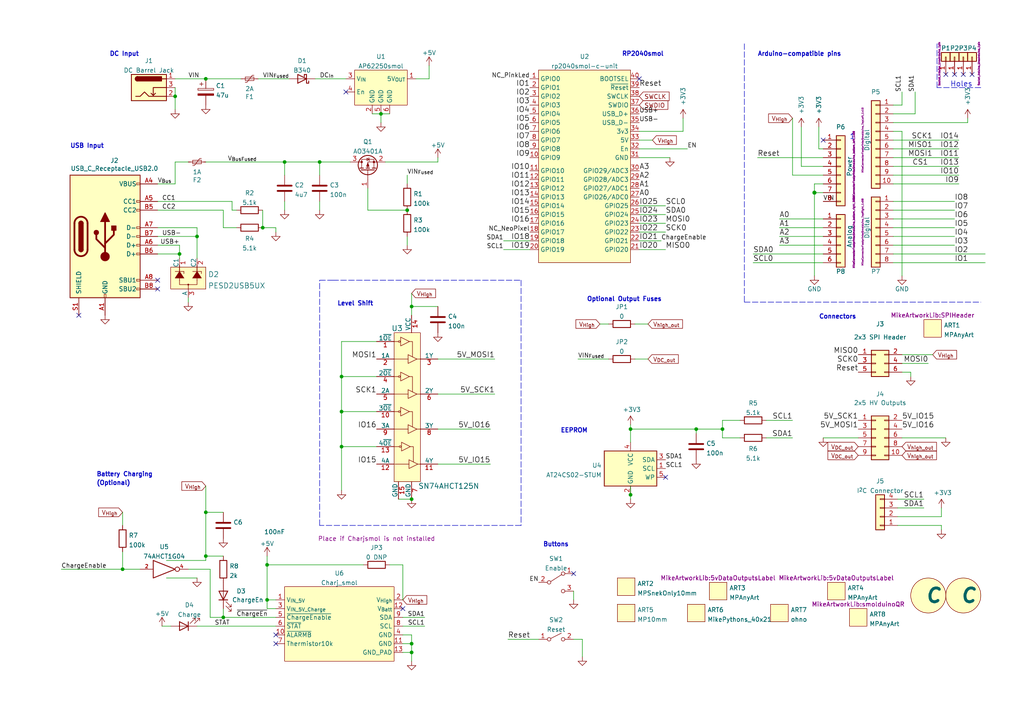
<source format=kicad_sch>
(kicad_sch (version 20211123) (generator eeschema)
  (paper "A4")
  (title_block (date "lun. 30 mars 2015"))
  (junction (at 182.88 124.46))
  (junction (at 77.47 163.83))
  (junction (at 59.69 161.29))
  (junction (at 118.11 60.96))
  (junction (at 99.06 129.54))
  (junction (at 52.07 73.66))
  (junction (at 110.49 33.02))
  (junction (at 77.47 173.99))
  (junction (at 64.77 179.07))
  (junction (at 209.55 124.46))
  (junction (at 59.69 148.59))
  (junction (at 35.56 165.1))
  (junction (at 76.2 66.04))
  (junction (at 99.06 109.22))
  (junction (at 119.38 88.9))
  (junction (at 59.69 22.86))
  (junction (at 182.88 143.51))
  (junction (at 119.38 186.69))
  (junction (at 92.71 46.99))
  (junction (at 236.22 55.88) (diameter 1.016))
  (junction (at 99.06 119.38))
  (junction (at 201.93 124.46))
  (junction (at 82.55 46.99))
  (junction (at 119.38 144.78))
  (junction (at 50.8 27.94))
  (junction (at 119.38 189.23))
  (junction (at 57.15 68.58))
  (no_connect (at 166.37 166.37))
  (no_connect (at 279.4 21.59))
  (no_connect (at 274.32 21.59))
  (no_connect (at 45.72 81.28))
  (no_connect (at 185.42 22.86))
  (no_connect (at 100.33 26.67))
  (no_connect (at 80.01 186.69))
  (no_connect (at 276.86 21.59))
  (no_connect (at 281.94 21.59))
  (no_connect (at 238.76 40.64))
  (no_connect (at 80.01 184.15))
  (no_connect (at 22.86 91.44))
  (no_connect (at 193.04 138.43))
  (no_connect (at 45.72 83.82))
  (no_connect (at 116.84 176.53))
  (wire (pts (xy 77.47 163.83) (xy 77.47 173.99)))
  (wire (pts (xy 259.08 48.26) (xy 278.13 48.26)))
  (wire (pts (xy 57.15 68.58) (xy 57.15 74.93)))
  (wire (pts (xy 106.68 60.96) (xy 106.68 54.61)))
  (wire (pts (xy 185.42 38.1) (xy 198.12 38.1)))
  (wire (pts (xy 198.12 38.1) (xy 198.12 34.29)))
  (wire (pts (xy 82.55 58.42) (xy 82.55 60.96)))
  (wire (pts (xy 260.35 152.4) (xy 273.05 152.4)))
  (wire (pts (xy 261.62 127) (xy 274.32 127)))
  (wire (pts (xy 116.84 189.23) (xy 119.38 189.23)))
  (wire (pts (xy 238.76 48.26) (xy 232.41 48.26)))
  (wire (pts (xy 119.38 85.09) (xy 119.38 88.9)))
  (wire (pts (xy 182.88 123.19) (xy 182.88 124.46)))
  (wire (pts (xy 259.08 66.04) (xy 276.86 66.04)))
  (wire (pts (xy 238.76 71.12) (xy 226.06 71.12)))
  (wire (pts (xy 116.84 179.07) (xy 123.19 179.07)))
  (wire (pts (xy 35.56 160.02) (xy 35.56 165.1)))
  (wire (pts (xy 82.55 46.99) (xy 82.55 50.8)))
  (wire (pts (xy 182.88 140.97) (xy 182.88 143.51)))
  (wire (pts (xy 59.69 140.97) (xy 59.69 148.59)))
  (wire (pts (xy 184.15 93.98) (xy 187.96 93.98)))
  (wire (pts (xy 167.64 104.14) (xy 176.53 104.14)))
  (polyline (pts (xy 92.71 81.28) (xy 96.52 81.28)))
  (wire (pts (xy 52.07 73.66) (xy 52.07 74.93)))
  (wire (pts (xy 259.08 63.5) (xy 276.86 63.5)))
  (wire (pts (xy 182.88 124.46) (xy 182.88 128.27)))
  (wire (pts (xy 119.38 88.9) (xy 127 88.9)))
  (polyline (pts (xy 151.13 152.4) (xy 92.71 152.4)))
  (wire (pts (xy 166.37 171.45) (xy 166.37 173.99)))
  (wire (pts (xy 67.31 58.42) (xy 67.31 60.96)))
  (wire (pts (xy 35.56 148.59) (xy 35.56 152.4)))
  (wire (pts (xy 50.8 25.4) (xy 50.8 27.94)))
  (wire (pts (xy 50.8 27.94) (xy 50.8 31.75)))
  (wire (pts (xy 45.72 53.34) (xy 50.8 53.34)))
  (wire (pts (xy 236.22 53.34) (xy 236.22 55.88)))
  (polyline (pts (xy 96.52 81.28) (xy 151.13 81.28)))
  (wire (pts (xy 259.08 43.18) (xy 278.13 43.18)))
  (wire (pts (xy 48.26 162.56) (xy 59.69 162.56)))
  (wire (pts (xy 116.84 181.61) (xy 123.19 181.61)))
  (wire (pts (xy 260.35 144.78) (xy 267.97 144.78)))
  (wire (pts (xy 261.62 38.1) (xy 261.62 80.01)))
  (wire (pts (xy 238.76 53.34) (xy 236.22 53.34)))
  (wire (pts (xy 118.11 68.58) (xy 118.11 71.12)))
  (wire (pts (xy 118.11 50.8) (xy 118.11 53.34)))
  (wire (pts (xy 280.67 35.56) (xy 280.67 34.29)))
  (wire (pts (xy 50.8 46.99) (xy 54.61 46.99)))
  (wire (pts (xy 91.44 22.86) (xy 100.33 22.86)))
  (wire (pts (xy 147.32 185.42) (xy 156.21 185.42)))
  (wire (pts (xy 259.08 53.34) (xy 278.13 53.34)))
  (wire (pts (xy 237.49 43.18) (xy 238.76 43.18)))
  (wire (pts (xy 238.76 50.8) (xy 229.87 50.8)))
  (wire (pts (xy 116.84 163.83) (xy 116.84 173.99)))
  (wire (pts (xy 113.03 163.83) (xy 116.84 163.83)))
  (wire (pts (xy 185.42 67.31) (xy 193.04 67.31)))
  (wire (pts (xy 146.05 72.39) (xy 153.67 72.39)))
  (wire (pts (xy 59.69 161.29) (xy 59.69 148.59)))
  (wire (pts (xy 209.55 121.92) (xy 209.55 124.46)))
  (wire (pts (xy 92.71 60.96) (xy 92.71 58.42)))
  (wire (pts (xy 60.96 165.1) (xy 60.96 179.07)))
  (wire (pts (xy 119.38 88.9) (xy 119.38 91.44)))
  (wire (pts (xy 182.88 143.51) (xy 182.88 144.78)))
  (wire (pts (xy 119.38 184.15) (xy 119.38 186.69)))
  (wire (pts (xy 119.38 186.69) (xy 119.38 189.23)))
  (wire (pts (xy 264.16 107.95) (xy 264.16 109.22)))
  (wire (pts (xy 261.62 107.95) (xy 264.16 107.95)))
  (wire (pts (xy 259.08 58.42) (xy 276.86 58.42)))
  (wire (pts (xy 238.76 66.04) (xy 226.06 66.04)))
  (wire (pts (xy 67.31 60.96) (xy 68.58 60.96)))
  (wire (pts (xy 59.69 162.56) (xy 59.69 161.29)))
  (wire (pts (xy 259.08 40.64) (xy 278.13 40.64)))
  (wire (pts (xy 209.55 127) (xy 214.63 127)))
  (wire (pts (xy 45.72 66.04) (xy 57.15 66.04)))
  (wire (pts (xy 222.25 127) (xy 229.87 127)))
  (wire (pts (xy 259.08 71.12) (xy 276.86 71.12)))
  (wire (pts (xy 184.15 104.14) (xy 187.96 104.14)))
  (wire (pts (xy 52.07 71.12) (xy 52.07 73.66)))
  (wire (pts (xy 260.35 149.86) (xy 273.05 149.86)))
  (wire (pts (xy 109.22 129.54) (xy 99.06 129.54)))
  (wire (pts (xy 99.06 129.54) (xy 99.06 142.24)))
  (wire (pts (xy 54.61 165.1) (xy 60.96 165.1)))
  (wire (pts (xy 57.15 181.61) (xy 80.01 181.61)))
  (wire (pts (xy 59.69 22.86) (xy 69.85 22.86)))
  (wire (pts (xy 115.57 144.78) (xy 119.38 144.78)))
  (wire (pts (xy 261.62 30.48) (xy 259.08 30.48)))
  (wire (pts (xy 261.62 26.67) (xy 261.62 30.48)))
  (wire (pts (xy 17.78 165.1) (xy 35.56 165.1)))
  (wire (pts (xy 64.77 179.07) (xy 80.01 179.07)))
  (wire (pts (xy 201.93 124.46) (xy 201.93 125.73)))
  (wire (pts (xy 185.42 45.72) (xy 194.31 45.72)))
  (wire (pts (xy 146.05 69.85) (xy 153.67 69.85)))
  (wire (pts (xy 59.69 148.59) (xy 64.77 148.59)))
  (wire (pts (xy 261.62 105.41) (xy 269.24 105.41)))
  (wire (pts (xy 57.15 66.04) (xy 57.15 68.58)))
  (wire (pts (xy 77.47 161.29) (xy 77.47 163.83)))
  (wire (pts (xy 259.08 60.96) (xy 276.86 60.96)))
  (wire (pts (xy 238.76 63.5) (xy 226.06 63.5)))
  (wire (pts (xy 64.77 176.53) (xy 64.77 179.07)))
  (wire (pts (xy 45.72 60.96) (xy 64.77 60.96)))
  (wire (pts (xy 127 46.99) (xy 127 45.72)))
  (wire (pts (xy 111.76 46.99) (xy 127 46.99)))
  (wire (pts (xy 238.76 127) (xy 248.92 127)))
  (wire (pts (xy 218.44 73.66) (xy 238.76 73.66)))
  (polyline (pts (xy 284.48 25.4) (xy 271.78 25.4)) (stroke (width 0) (type dash)))
  (wire (pts (xy 273.05 152.4) (xy 273.05 153.67)))
  (wire (pts (xy 261.62 102.87) (xy 270.51 102.87)))
  (wire (pts (xy 238.76 45.72) (xy 219.71 45.72)))
  (wire (pts (xy 259.08 38.1) (xy 261.62 38.1)))
  (wire (pts (xy 218.44 76.2) (xy 238.76 76.2)))
  (wire (pts (xy 238.76 55.88) (xy 236.22 55.88)))
  (wire (pts (xy 92.71 46.99) (xy 92.71 50.8)))
  (wire (pts (xy 106.68 60.96) (xy 118.11 60.96)))
  (wire (pts (xy 99.06 119.38) (xy 99.06 129.54)))
  (wire (pts (xy 109.22 119.38) (xy 99.06 119.38)))
  (wire (pts (xy 76.2 60.96) (xy 76.2 66.04)))
  (wire (pts (xy 185.42 59.69) (xy 193.04 59.69)))
  (wire (pts (xy 201.93 124.46) (xy 209.55 124.46)))
  (wire (pts (xy 116.84 184.15) (xy 119.38 184.15)))
  (wire (pts (xy 236.22 55.88) (xy 236.22 80.01)))
  (wire (pts (xy 64.77 66.04) (xy 68.58 66.04)))
  (wire (pts (xy 259.08 33.02) (xy 265.43 33.02)))
  (wire (pts (xy 265.43 33.02) (xy 265.43 26.67)))
  (wire (pts (xy 127 134.62) (xy 142.24 134.62)))
  (wire (pts (xy 185.42 72.39) (xy 193.04 72.39)))
  (wire (pts (xy 273.05 149.86) (xy 273.05 147.32)))
  (polyline (pts (xy 215.9 87.63) (xy 284.48 87.63)) (stroke (width 0) (type dash)))
  (wire (pts (xy 92.71 46.99) (xy 101.6 46.99)))
  (wire (pts (xy 259.08 68.58) (xy 276.86 68.58)))
  (wire (pts (xy 185.42 62.23) (xy 193.04 62.23)))
  (wire (pts (xy 77.47 163.83) (xy 105.41 163.83)))
  (wire (pts (xy 222.25 121.92) (xy 229.87 121.92)))
  (polyline (pts (xy 92.71 152.4) (xy 92.71 81.28)))
  (wire (pts (xy 259.08 73.66) (xy 285.75 73.66)))
  (wire (pts (xy 127 114.3) (xy 143.51 114.3)))
  (polyline (pts (xy 271.78 25.4) (xy 271.78 12.7)) (stroke (width 0) (type dash)))
  (wire (pts (xy 127 104.14) (xy 143.51 104.14)))
  (wire (pts (xy 182.88 124.46) (xy 201.93 124.46)))
  (wire (pts (xy 50.8 53.34) (xy 50.8 46.99)))
  (wire (pts (xy 76.2 66.04) (xy 80.01 66.04)))
  (wire (pts (xy 46.99 181.61) (xy 49.53 181.61)))
  (wire (pts (xy 229.87 50.8) (xy 229.87 34.29)))
  (wire (pts (xy 124.46 22.86) (xy 124.46 19.05)))
  (wire (pts (xy 120.65 22.86) (xy 124.46 22.86)))
  (wire (pts (xy 59.69 46.99) (xy 82.55 46.99)))
  (wire (pts (xy 82.55 46.99) (xy 92.71 46.99)))
  (wire (pts (xy 110.49 33.02) (xy 110.49 35.56)))
  (wire (pts (xy 209.55 121.92) (xy 214.63 121.92)))
  (wire (pts (xy 199.39 43.18) (xy 185.42 43.18)))
  (wire (pts (xy 259.08 50.8) (xy 278.13 50.8)))
  (wire (pts (xy 119.38 189.23) (xy 119.38 191.77)))
  (wire (pts (xy 99.06 109.22) (xy 99.06 119.38)))
  (wire (pts (xy 109.22 109.22) (xy 99.06 109.22)))
  (wire (pts (xy 259.08 35.56) (xy 280.67 35.56)))
  (wire (pts (xy 54.61 86.36) (xy 54.61 87.63)))
  (polyline (pts (xy 215.9 12.7) (xy 215.9 87.63)) (stroke (width 0) (type dash)))
  (wire (pts (xy 259.08 45.72) (xy 278.13 45.72)))
  (wire (pts (xy 45.72 58.42) (xy 67.31 58.42)))
  (wire (pts (xy 45.72 68.58) (xy 57.15 68.58)))
  (wire (pts (xy 45.72 73.66) (xy 52.07 73.66)))
  (wire (pts (xy 77.47 173.99) (xy 80.01 173.99)))
  (wire (pts (xy 60.96 179.07) (xy 64.77 179.07)))
  (polyline (pts (xy 151.13 81.28) (xy 151.13 152.4)))
  (wire (pts (xy 127 124.46) (xy 142.24 124.46)))
  (wire (pts (xy 80.01 176.53) (xy 77.47 176.53)))
  (wire (pts (xy 77.47 176.53) (xy 77.47 173.99)))
  (wire (pts (xy 232.41 48.26) (xy 232.41 36.83)))
  (wire (pts (xy 237.49 36.83) (xy 237.49 43.18)))
  (wire (pts (xy 209.55 124.46) (xy 209.55 127)))
  (wire (pts (xy 64.77 60.96) (xy 64.77 66.04)))
  (wire (pts (xy 260.35 147.32) (xy 267.97 147.32)))
  (wire (pts (xy 168.91 185.42) (xy 168.91 190.5)))
  (wire (pts (xy 166.37 185.42) (xy 168.91 185.42)))
  (wire (pts (xy 45.72 71.12) (xy 52.07 71.12)))
  (wire (pts (xy 259.08 76.2) (xy 285.75 76.2)))
  (wire (pts (xy 173.99 93.98) (xy 176.53 93.98)))
  (wire (pts (xy 185.42 69.85) (xy 191.77 69.85)))
  (wire (pts (xy 80.01 66.04) (xy 80.01 67.31)))
  (wire (pts (xy 48.26 167.64) (xy 57.15 167.64)))
  (wire (pts (xy 74.93 22.86) (xy 83.82 22.86)))
  (wire (pts (xy 50.8 22.86) (xy 59.69 22.86)))
  (wire (pts (xy 110.49 33.02) (xy 113.03 33.02)))
  (wire (pts (xy 107.95 33.02) (xy 110.49 33.02)))
  (wire (pts (xy 238.76 68.58) (xy 226.06 68.58)))
  (wire (pts (xy 99.06 99.06) (xy 99.06 109.22)))
  (wire (pts (xy 109.22 99.06) (xy 99.06 99.06)))
  (wire (pts (xy 116.84 186.69) (xy 119.38 186.69)))
  (wire (pts (xy 35.56 165.1) (xy 40.64 165.1)))
  (wire (pts (xy 59.69 161.29) (xy 64.77 161.29)))
  (wire (pts (xy 185.42 40.64) (xy 189.23 40.64)))
  (wire (pts (xy 185.42 64.77) (xy 193.04 64.77)))
  (text "Connectors" (at 237.49 92.71 0) (effects (font (size 1.27 1.27) bold) (justify left bottom)))
  (text "(Optional)" (at 27.94 140.97 0) (effects (font (size 1.27 1.27) bold) (justify left bottom)))
  (text "Buttons" (at 157.48 158.75 0) (effects (font (size 1.27 1.27) bold) (justify left bottom)))
  (text "Holes" (at 275.59 25.4 0) (effects (font (size 1.524 1.524)) (justify left bottom)))
  (text "EEPROM" (at 162.56 125.73 0) (effects (font (size 1.27 1.27) bold) (justify left bottom)))
  (text "RP2040smol" (at 180.34 16.51 0) (effects (font (size 1.27 1.27) bold) (justify left bottom)))
  (text "DC Input" (at 31.75 16.51 0) (effects (font (size 1.27 1.27) bold) (justify left bottom)))
  (text "Level Shift" (at 97.79 88.9 0) (effects (font (size 1.27 1.27) bold) (justify left bottom)))
  (text "Battery Charging" (at 27.94 138.43 0) (effects (font (size 1.27 1.27) bold) (justify left bottom)))
  (text "Optional Output Fuses" (at 170.18 87.63 0) (effects (font (size 1.27 1.27) bold) (justify left bottom)))
  (text "Arduino-compatible pins" (at 219.71 16.51 0) (effects (font (size 1.27 1.27) bold) (justify left bottom)))
  (text "USB Input" (at 20.32 43.18 0) (effects (font (size 1.27 1.27) bold) (justify left bottom)))
  (text "1" (at 246.38 40.64 0) (effects (font (size 1.524 1.524)) (justify left bottom)))
  (label "IO11" (at 153.67 52.07 180) (effects (font (size 1.524 1.524))))
  (label "NC_PinkLed" (at 153.67 22.86 180))
  (label "MISO0" (at 248.92 102.87 180) (effects (font (size 1.524 1.524))))
  (label "5V_IO16" (at 142.24 124.46 180) (effects (font (size 1.524 1.524))))
  (label "IO7" (at 153.67 40.64 180) (effects (font (size 1.524 1.524))))
  (label "IO15" (at 109.22 134.62 180) (effects (font (size 1.524 1.524))))
  (label "IO12" (at 153.67 54.61 180) (effects (font (size 1.524 1.524))))
  (label "IO5" (at 153.67 35.56 180) (effects (font (size 1.524 1.524))))
  (label "5V_MOSI1" (at 248.92 124.46 180) (effects (font (size 1.524 1.524))))
  (label "SCL1" (at 267.97 144.78 180) (effects (font (size 1.524 1.524))))
  (label "IO13" (at 153.67 57.15 180) (effects (font (size 1.524 1.524))))
  (label "SCL1" (at 123.19 181.61 180))
  (label "CS1" (at 269.24 48.26 180) (effects (font (size 1.524 1.524))))
  (label "IO23" (at 185.42 64.77 0) (effects (font (size 1.524 1.524))))
  (label "SCL1" (at 261.62 26.67 90))
  (label "VIN" (at 238.76 58.42 0))
  (label "VIN" (at 54.61 22.86 0))
  (label "VIN_{Fused}" (at 118.11 50.8 0))
  (label "SDA0" (at 218.44 73.66 0) (effects (font (size 1.524 1.524))))
  (label "IO7" (at 276.86 60.96 0) (effects (font (size 1.524 1.524))))
  (label "IO8" (at 153.67 43.18 180) (effects (font (size 1.524 1.524))))
  (label "IO6" (at 153.67 38.1 180) (effects (font (size 1.524 1.524))))
  (label "SCL0" (at 193.04 59.69 0) (effects (font (size 1.524 1.524))))
  (label "MOSI0" (at 269.24 105.41 180) (effects (font (size 1.524 1.524))))
  (label "IO10" (at 153.67 49.53 180) (effects (font (size 1.524 1.524))))
  (label "IO20" (at 185.42 72.39 0) (effects (font (size 1.524 1.524))))
  (label "IO4" (at 276.86 68.58 0) (effects (font (size 1.524 1.524))))
  (label "A2" (at 185.42 52.07 0) (effects (font (size 1.524 1.524))))
  (label "CC2" (at 46.99 60.96 0))
  (label "IO21" (at 185.42 69.85 0) (effects (font (size 1.524 1.524))))
  (label "5V_SCK1" (at 143.51 114.3 180) (effects (font (size 1.524 1.524))))
  (label "IO16" (at 153.67 64.77 180) (effects (font (size 1.524 1.524))))
  (label "IO1" (at 153.67 25.4 180) (effects (font (size 1.524 1.524))))
  (label "IO9" (at 153.67 45.72 180) (effects (font (size 1.524 1.524))))
  (label "A2" (at 226.06 68.58 0) (effects (font (size 1.524 1.524))))
  (label "V_{Bus}" (at 45.72 53.34 0))
  (label "SDA1" (at 146.05 69.85 180))
  (label "IO8" (at 276.86 58.42 0) (effects (font (size 1.524 1.524))))
  (label "SCK0" (at 248.92 105.41 180) (effects (font (size 1.524 1.524))))
  (label "NC_NeoPixel" (at 153.67 67.31 180))
  (label "IO10" (at 278.13 50.8 180) (effects (font (size 1.524 1.524))))
  (label "A0" (at 226.06 63.5 0) (effects (font (size 1.524 1.524))))
  (label "SDA1" (at 193.04 133.35 0))
  (label "MISO0" (at 193.04 72.39 0) (effects (font (size 1.524 1.524))))
  (label "A1" (at 226.06 66.04 0) (effects (font (size 1.524 1.524))))
  (label "A3" (at 185.42 49.53 0) (effects (font (size 1.524 1.524))))
  (label "5V_MOSI1" (at 143.51 104.14 180) (effects (font (size 1.524 1.524))))
  (label "IO18" (at 153.67 69.85 180) (effects (font (size 1.524 1.524))))
  (label "IO1" (at 276.86 76.2 0) (effects (font (size 1.524 1.524))))
  (label "SCK1" (at 109.22 114.3 180) (effects (font (size 1.524 1.524))))
  (label "Reset" (at 147.32 185.42 0) (effects (font (size 1.524 1.524))))
  (label "5V_IO15" (at 142.24 134.62 180) (effects (font (size 1.524 1.524))))
  (label "IO9" (at 278.13 53.34 180) (effects (font (size 1.524 1.524))))
  (label "SCK0" (at 193.04 67.31 0) (effects (font (size 1.524 1.524))))
  (label "VIN_{Fused}" (at 167.64 104.14 0))
  (label "SDA0" (at 193.04 62.23 0) (effects (font (size 1.524 1.524))))
  (label "IO11" (at 278.13 45.72 180) (effects (font (size 1.524 1.524))))
  (label "IO19" (at 153.67 72.39 180) (effects (font (size 1.524 1.524))))
  (label "Reset" (at 185.42 25.4 0) (effects (font (size 1.524 1.524))))
  (label "SCL1" (at 146.05 72.39 180))
  (label "IO16" (at 109.22 124.46 180) (effects (font (size 1.524 1.524))))
  (label "5V_SCK1" (at 248.92 121.92 180) (effects (font (size 1.524 1.524))))
  (label "IO4" (at 153.67 33.02 180) (effects (font (size 1.524 1.524))))
  (label "5V_IO16" (at 261.62 124.46 0) (effects (font (size 1.524 1.524))))
  (label "CC1" (at 46.99 58.42 0))
  (label "VIN_{Fused}" (at 76.2 22.86 0))
  (label "IO2" (at 153.67 27.94 180) (effects (font (size 1.524 1.524))))
  (label "A0" (at 185.42 57.15 0) (effects (font (size 1.524 1.524))))
  (label "ChargeEnable" (at 191.77 69.85 0))
  (label "IO25" (at 185.42 59.69 0) (effects (font (size 1.524 1.524))))
  (label "USB+" (at 185.42 33.02 0))
  (label "SCL1" (at 193.04 135.89 0))
  (label "V_{Bus}_{Fused}" (at 66.04 46.99 0))
  (label "IO2" (at 276.86 73.66 0) (effects (font (size 1.524 1.524))))
  (label "~{ChargeEn}" (at 68.58 179.07 0))
  (label "ChargeEnable" (at 17.78 165.1 0))
  (label "IO3" (at 276.86 71.12 0) (effects (font (size 1.524 1.524))))
  (label "SDA1" (at 229.87 127 180) (effects (font (size 1.524 1.524))))
  (label "SDA1" (at 123.19 179.07 180))
  (label "A3" (at 226.06 71.12 0) (effects (font (size 1.524 1.524))))
  (label "Reset" (at 219.71 45.72 0) (effects (font (size 1.524 1.524))))
  (label "USB-" (at 185.42 35.56 0))
  (label "IO5" (at 276.86 66.04 0) (effects (font (size 1.524 1.524))))
  (label "IO13" (at 278.13 48.26 180) (effects (font (size 1.524 1.524))))
  (label "MOSI0" (at 193.04 64.77 0) (effects (font (size 1.524 1.524))))
  (label "IO14" (at 153.67 59.69 180) (effects (font (size 1.524 1.524))))
  (label "IO15" (at 153.67 62.23 180) (effects (font (size 1.524 1.524))))
  (label "MOSI1" (at 109.22 104.14 180) (effects (font (size 1.524 1.524))))
  (label "USB+" (at 52.07 71.12 180))
  (label "MISO1" (at 270.51 43.18 180) (effects (font (size 1.524 1.524))))
  (label "5V_IO15" (at 261.62 121.92 0) (effects (font (size 1.524 1.524))))
  (label "IO3" (at 153.67 30.48 180) (effects (font (size 1.524 1.524))))
  (label "USB-" (at 46.99 68.58 0))
  (label "DC_{In}" (at 92.71 22.86 0))
  (label "A1" (at 185.42 54.61 0) (effects (font (size 1.524 1.524))))
  (label "IO14" (at 278.13 40.64 180) (effects (font (size 1.524 1.524))))
  (label "SDA1" (at 267.97 147.32 180) (effects (font (size 1.524 1.524))))
  (label "SCL0" (at 218.44 76.2 0) (effects (font (size 1.524 1.524))))
  (label "EN" (at 156.21 168.91 180))
  (label "SCL1" (at 229.87 121.92 180) (effects (font (size 1.524 1.524))))
  (label "SDA1" (at 265.43 26.67 90))
  (label "Reset" (at 248.92 107.95 180) (effects (font (size 1.524 1.524))))
  (label "IO6" (at 276.86 63.5 0) (effects (font (size 1.524 1.524))))
  (label "IO22" (at 185.42 67.31 0) (effects (font (size 1.524 1.524))))
  (label "EN" (at 199.39 43.18 0))
  (label "MOSI1" (at 270.51 45.72 180) (effects (font (size 1.524 1.524))))
  (label "STAT" (at 62.23 181.61 0))
  (label "SCK1" (at 270.51 40.64 180) (effects (font (size 1.524 1.524))))
  (label "IO24" (at 185.42 62.23 0) (effects (font (size 1.524 1.524))))
  (label "IO12" (at 278.13 43.18 180) (effects (font (size 1.524 1.524))))
  (global_label "V_{High}" (shape input) (at 173.99 93.98 180) (property "Intersheet References" "${INTERSHEET_REFS}" (effects hide)))
  (global_label "V_{High}" (shape input) (at 270.51 102.87 0) (property "Intersheet References" "${INTERSHEET_REFS}" (effects hide)))
  (global_label "SWCLK" (shape input) (at 185.42 27.94 0) (property "Intersheet References" "${INTERSHEET_REFS}" (effects hide)))
  (global_label "V_{High}" (shape input) (at 119.38 85.09 0) (property "Intersheet References" "${INTERSHEET_REFS}" (effects hide)))
  (global_label "SWDIO" (shape input) (at 185.42 30.48 0) (property "Intersheet References" "${INTERSHEET_REFS}" (effects hide)))
  (global_label "V_{High}" (shape input) (at 59.69 140.97 180) (property "Intersheet References" "${INTERSHEET_REFS}" (effects hide)))
  (global_label "V_{High}" (shape input) (at 116.84 173.99 0) (property "Intersheet References" "${INTERSHEET_REFS}" (effects hide)))
  (global_label "V_{DC_out}" (shape input) (at 248.92 129.54 180) (property "Intersheet References" "${INTERSHEET_REFS}" (effects hide)))
  (global_label "V_{high_out}" (shape input) (at 261.62 132.08 0) (property "Intersheet References" "${INTERSHEET_REFS}" (effects hide)))
  (global_label "V_{DC_out}" (shape input) (at 248.92 132.08 180) (property "Intersheet References" "${INTERSHEET_REFS}" (effects hide)))
  (global_label "V_{High}" (shape input) (at 189.23 40.64 0) (property "Intersheet References" "${INTERSHEET_REFS}" (effects hide)))
  (global_label "V_{DC_out}" (shape input) (at 187.96 104.14 0) (property "Intersheet References" "${INTERSHEET_REFS}" (effects hide)))
  (global_label "V_{High}" (shape input) (at 229.87 34.29 180) (property "Intersheet References" "${INTERSHEET_REFS}" (effects hide)))
  (global_label "V_{high_out}" (shape input) (at 261.62 129.54 0) (property "Intersheet References" "${INTERSHEET_REFS}" (effects hide)))
  (global_label "V_{High}" (shape input) (at 35.56 148.59 180) (property "Intersheet References" "${INTERSHEET_REFS}" (effects hide)))
  (global_label "V_{high_out}" (shape input) (at 187.96 93.98 0) (property "Intersheet References" "${INTERSHEET_REFS}" (effects hide)))
  (symbol (lib_id "Connector_Generic:Conn_01x08") (at 243.84 48.26 0) (unit 1) (in_bom no)
    (property "Reference" "P6" (at 243.84 36.83 0))
    (property "Value" "Power" (at 246.38 48.26 90))
    (property "Footprint" "MikeConnectorFootprints:Smolduino_bottom_left_1x08" (at 247.65 48.26 90) (effects (font (size 0.508 0.508))))
  )
  (symbol (lib_id "power:+3.3V") (at 232.41 36.83 0) (unit 1)
    (property "Reference" "#PWR07" (effects hide))
    (property "Value" "+3.3V" (at 232.41 30.48 90))
  )
  (symbol (lib_id "power:GND") (at 236.22 80.01 0) (unit 1)
    (property "Reference" "#PWR015" (effects hide))
    (property "Value" "GND" (at 236.22 83.82 0))
  )
  (symbol (lib_id "power:GND") (at 261.62 80.01 0) (unit 1)
    (property "Reference" "#PWR016" (effects hide))
    (property "Value" "GND" (at 261.62 83.82 0))
  )
  (symbol (lib_id "Connector_Generic:Conn_01x06") (at 243.84 68.58 0) (unit 1) (in_bom no)
    (property "Reference" "P8" (at 243.84 78.74 0))
    (property "Value" "Analog" (at 246.38 68.58 90))
    (property "Footprint" "MikeConnectorFootprints:Smolduino_bottom_right_1x06" (at 247.65 67.31 90) (effects (font (size 0.508 0.508))))
  )
  (symbol (lib_id "Connector_Generic:Conn_01x01") (at 274.32 16.51 90) (unit 1) (in_bom no)
    (property "Reference" "P1" (at 274.32 13.97 90))
    (property "Value" "CONN_01X01" (effects hide))
    (property "Footprint" "Socket_Arduino_Uno:Arduino_1pin" (at 272.4404 18.5166 0) (effects (font (size 0.508 0.508))))
  )
  (symbol (lib_id "Connector_Generic:Conn_01x01") (at 276.86 16.51 90) (unit 1) (in_bom no)
    (property "Reference" "P2" (at 276.86 13.97 90))
    (property "Value" "CONN_01X01" (effects hide))
    (property "Footprint" "Socket_Arduino_Uno:Arduino_1pin" (effects hide))
  )
  (symbol (lib_id "Connector_Generic:Conn_01x01") (at 279.4 16.51 90) (unit 1) (in_bom no)
    (property "Reference" "P3" (at 279.4 13.97 90))
    (property "Value" "CONN_01X01" (effects hide))
    (property "Footprint" "Socket_Arduino_Uno:Arduino_1pin" (effects hide))
  )
  (symbol (lib_id "Connector_Generic:Conn_01x01") (at 281.94 16.51 90) (unit 1) (in_bom no)
    (property "Reference" "P4" (at 281.94 13.97 90))
    (property "Value" "CONN_01X01" (effects hide))
    (property "Footprint" "Socket_Arduino_Uno:Arduino_1pin" (at 283.9212 18.4404 0) (effects (font (size 0.508 0.508))))
  )
  (symbol (lib_id "Connector_Generic:Conn_01x08") (at 254 66.04 0) (mirror y) (unit 1) (in_bom no)
    (property "Reference" "P7" (at 254 78.74 0))
    (property "Value" "Digital" (at 251.46 66.04 90))
    (property "Footprint" "MikeConnectorFootprints:Smolduino_TopRight_1x08" (at 250.19 67.31 90) (effects (font (size 0.508 0.508))))
  )
  (symbol (lib_id "Connector_Generic:Conn_01x10") (at 254 40.64 0) (mirror y) (unit 1) (in_bom no)
    (property "Reference" "P5" (at 254 26.67 0))
    (property "Value" "Digital" (at 251.46 40.64 90))
    (property "Footprint" "MikeConnectorFootprints:Smolduino_TopLeft_1x10" (at 250.19 40.64 90) (effects (font (size 0.508 0.508))))
  )
  (symbol (lib_id "MikeArtworkLib:MPAnyArt") (at 270.51 95.25 0) (unit 1) (in_bom no)
    (property "Reference" "ART1" (at 273.7612 94.3415 0) (effects (justify left)))
    (property "Value" "MPAnyArt" (at 273.7612 97.1166 0) (effects (justify left)))
    (property "Footprint" "MikeArtworkLib:SPIHeader" (at 270.51 91.44 0))
  )
  (symbol (lib_id "power:GND") (at 273.05 153.67 0) (unit 1)
    (property "Reference" "#PWR029" (effects hide))
    (property "Value" "GND" (effects hide))
  )
  (symbol (lib_id "Device:R") (at 118.11 64.77 0) (unit 1)
    (property "Reference" "R3" (at 119.888 63.8615 0) (effects (justify left)))
    (property "Value" "100k" (at 119.888 66.6366 0) (effects (justify left)))
    (property "Footprint" "Resistor_SMD:R_0603_1608Metric" (effects hide))
  )
  (symbol (lib_id "power:+5V") (at 77.47 161.29 0) (unit 1)
    (property "Reference" "#PWR031" (effects hide))
    (property "Value" "+5V" (at 77.47 157.6855 0))
  )
  (symbol (lib_id "MikeLib:AP62250smol_A") (at 110.49 17.78 0) (unit 1)
    (property "Reference" "U1" (at 110.49 16.4042 0))
    (property "Value" "AP62250smol" (at 110.49 19.1793 0))
    (property "Footprint" "MikePCBAs:AP62250smol_C" (effects hide))
  )
  (symbol (lib_id "Device:R") (at 180.34 93.98 90) (unit 1)
    (property "Reference" "JP1" (at 180.34 88.9975 90))
    (property "Value" "0" (at 180.34 91.7726 90))
    (property "Footprint" "MikeFootprintLib:R_0OHM_1206_3216Metric" (effects hide))
  )
  (symbol (lib_id "power:+3.3V") (at 237.49 36.83 0) (unit 1)
    (property "Reference" "#PWR08" (effects hide))
    (property "Value" "+3.3V" (at 237.49 30.48 90))
  )
  (symbol (lib_id "MikeArtworkLib:MPAnyArt") (at 208.28 171.45 0) (unit 1) (in_bom no)
    (property "Reference" "ART3" (at 211.5312 170.5415 0) (effects (justify left)))
    (property "Value" "MPAnyArt" (at 211.5312 173.3166 0) (effects (justify left)))
    (property "Footprint" "MikeArtworkLib:5vDataOutputsLabel" (at 208.28 167.64 0))
  )
  (symbol (lib_id "MikeLib:SN74AHCT125N") (at 119.38 109.22 0) (unit 1)
    (property "Reference" "U3" (at 116.84 95.25 0) (effects (font (size 1.524 1.524)) (justify right)))
    (property "Value" "SN74AHCT125N" (at 121.285 140.97 0) (effects (font (size 1.524 1.524)) (justify left)))
    (property "Footprint" "MikeFootprintLib:74x125_Texas_S-PVQFN-N14" (effects hide))
    (property "Datasheet" "http://www.ti.com/general/docs/suppproductinfo.tsp?distId=10&gotoUrl=http%3A%2F%2Fwww.ti.com%2Flit%2Fgpn%2Fsn74ahct125" (effects hide))
    (property "Digi-Key_PN" "296-4655-5-ND" (effects hide))
    (property "MPN" "SN74AHCT125N" (effects hide))
    (property "Category" "Integrated Circuits (ICs)" (effects hide))
    (property "Family" "Logic - Buffers, Drivers, Receivers, Transceivers" (effects hide))
    (property "DK_Datasheet_Link" "http://www.ti.com/general/docs/suppproductinfo.tsp?distId=10&gotoUrl=http%3A%2F%2Fwww.ti.com%2Flit%2Fgpn%2Fsn74ahct125" (effects hide))
    (property "DK_Detail_Page" "/product-detail/en/texas-instruments/SN74AHCT125N/296-4655-5-ND/375798" (effects hide))
    (property "Description" "IC BUF NON-INVERT 5.5V 14DIP" (effects hide))
    (property "Manufacturer" "Texas Instruments" (effects hide))
    (property "Status" "Active" (effects hide))
  )
  (symbol (lib_id "Device:R") (at 218.44 121.92 270) (unit 1)
    (property "Reference" "R5" (at 218.44 116.9374 90))
    (property "Value" "5.1k" (at 218.44 119.7125 90))
    (property "Footprint" "Resistor_SMD:R_0603_1608Metric" (effects hide))
  )
  (symbol (lib_id "power:GND") (at 119.38 191.77 0) (unit 1)
    (property "Reference" "#PWR036" (effects hide))
    (property "Value" "GND" (effects hide))
  )
  (symbol (lib_id "power:+5V") (at 46.99 181.61 0) (unit 1)
    (property "Reference" "#PWR034" (effects hide))
    (property "Value" "+5V" (at 46.99 178.0055 0))
  )
  (symbol (lib_id "Device:LED") (at 64.77 172.72 90) (unit 1)
    (property "Reference" "D3" (at 68.58 171.45 90) (effects (justify right)))
    (property "Value" "ChargeEn" (at 67.31 173.99 90) (effects (justify right)))
    (property "Footprint" "LED_SMD:LED_0603_1608Metric" (effects hide))
  )
  (symbol (lib_id "power:+3V3") (at 273.05 147.32 0) (unit 1)
    (property "Reference" "#PWR028" (effects hide))
    (property "Value" "+3V3" (at 273.431 142.9258 0))
  )
  (symbol (lib_id "power:GND") (at 80.01 67.31 0) (unit 1)
    (property "Reference" "#PWR013" (effects hide))
    (property "Value" "GND" (effects hide))
  )
  (symbol (lib_id "Device:R") (at 64.77 165.1 0) (unit 1)
    (property "Reference" "R8" (at 66.548 164.1915 0) (effects (justify left)))
    (property "Value" "2k" (at 66.548 166.9666 0) (effects (justify left)))
    (property "Footprint" "Resistor_SMD:R_0603_1608Metric" (effects hide))
  )
  (symbol (lib_id "MikeArtworkLib:MP10mm") (at 181.61 177.8 0) (unit 1) (in_bom no)
    (property "Reference" "ART5" (at 184.8612 176.8915 0) (effects (justify left)))
    (property "Value" "MP10mm" (at 184.8612 179.6666 0) (effects (justify left)))
    (property "Footprint" "MikeArtworkLib:MPSquare_10mm" (effects hide))
  )
  (symbol (lib_id "74xGxx:74AHCT1G04") (at 48.26 165.1 0) (unit 1)
    (property "Reference" "U5" (at 47.625 158.5935 0))
    (property "Value" "74AHCT1G04" (at 47.625 161.3686 0))
    (property "Footprint" "Package_TO_SOT_SMD:SOT-353_SC-70-5" (effects hide))
    (property "Datasheet" "http://www.ti.com/lit/sg/scyt129e/scyt129e.pdf" (effects hide))
  )
  (symbol (lib_id "Connector:Barrel_Jack_Switch") (at 43.18 25.4 0) (unit 1)
    (property "Reference" "J1" (at 43.18 17.6235 0))
    (property "Value" "DC Barrel Jack" (at 43.18 20.3986 0))
    (property "Footprint" "Connector_BarrelJack:BarrelJack_GCT_DCJ200-10-A_Horizontal" (effects hide))
  )
  (symbol (lib_id "Switch:SW_SPST") (at 161.29 185.42 0) (unit 1)
    (property "Reference" "SW2" (at 161.29 179.8025 0))
    (property "Value" "Reset" (at 161.29 182.5776 0))
    (property "Footprint" "MikeFootprintLib:E-Switch-TL3330AF260QG-MFG" (effects hide))
  )
  (symbol (lib_id "Device:C") (at 127 92.71 0) (unit 1)
    (property "Reference" "C4" (at 129.921 91.8015 0) (effects (justify left)))
    (property "Value" "100n" (at 129.921 94.5766 0) (effects (justify left)))
    (property "Footprint" "Capacitor_SMD:C_0603_1608Metric" (effects hide))
  )
  (symbol (lib_id "power:GND") (at 99.06 142.24 0) (unit 1)
    (property "Reference" "#PWR025" (effects hide))
    (property "Value" "GND" (effects hide))
  )
  (symbol (lib_id "power:GND") (at 238.76 127 0) (unit 1)
    (property "Reference" "#PWR022" (effects hide))
    (property "Value" "GND" (effects hide))
  )
  (symbol (lib_id "MikeLib:RevisionSymbol") (at 269.24 172.72 0) (unit 1) (in_bom no)
    (property "Reference" "MISC1" (effects hide))
    (property "Value" "C" (at 267.97 172.72 0) (effects (font (size 4 4) bold italic) (justify left)))
    (property "Footprint" "MikeFootprintLib:RevisionSymbol" (effects hide))
  )
  (symbol (lib_id "MikeLib:RevisionSymbol") (at 279.4 172.72 0) (unit 1) (in_bom no)
    (property "Reference" "MISC2" (effects hide))
    (property "Value" "C" (at 278.13 172.72 0) (effects (font (size 4 4) bold italic) (justify left)))
    (property "Footprint" "MikeFootprintLib:RevisionSymbol" (effects hide))
  )
  (symbol (lib_id "MikeArtworkLib:MikePythons_40x21") (at 226.06 177.8 0) (unit 1) (in_bom no)
    (property "Reference" "ART7" (at 229.3112 176.8915 0) (effects (justify left)))
    (property "Value" "ohno" (at 229.3112 179.6666 0) (effects (justify left)))
    (property "Footprint" "MikeArtworkLib:ohno" (effects hide))
  )
  (symbol (lib_id "Device:LED") (at 53.34 181.61 180) (unit 1)
    (property "Reference" "D4" (at 54.9275 175.4845 0))
    (property "Value" "Charge" (at 54.9275 178.2596 0))
    (property "Footprint" "LED_SMD:LED_0603_1608Metric" (effects hide))
  )
  (symbol (lib_id "power:+5V") (at 127 45.72 0) (unit 1)
    (property "Reference" "#PWR09" (effects hide))
    (property "Value" "+5V" (at 127 42.1155 0))
  )
  (symbol (lib_id "MikeLib:rp2040smol-c-unit") (at 171.45 48.26 0) (unit 1)
    (property "Reference" "U2" (at 169.545 16.4043 0))
    (property "Value" "rp2040smol-c-unit" (at 169.545 19.1794 0))
    (property "Footprint" "MikeConnectorFootprints:THT_4x10_smol_dual" (effects hide))
  )
  (symbol (lib_id "Device:R") (at 35.56 156.21 0) (unit 1)
    (property "Reference" "R7" (at 37.338 155.3015 0) (effects (justify left)))
    (property "Value" "100k" (at 37.338 158.0766 0) (effects (justify left)))
    (property "Footprint" "Resistor_SMD:R_0603_1608Metric" (effects hide))
  )
  (symbol (lib_id "power:GND") (at 118.11 71.12 0) (unit 1)
    (property "Reference" "#PWR014" (effects hide))
    (property "Value" "GND" (effects hide))
  )
  (symbol (lib_id "power:GND") (at 110.49 35.56 0) (unit 1)
    (property "Reference" "#PWR06" (effects hide))
    (property "Value" "GND" (effects hide))
  )
  (symbol (lib_id "power:GND") (at 182.88 144.78 0) (unit 1)
    (property "Reference" "#PWR027" (effects hide))
    (property "Value" "GND" (effects hide))
  )
  (symbol (lib_id "Memory_EEPROM:AT24CS02-STUM") (at 182.88 135.89 0) (unit 1)
    (property "Reference" "U4" (at 174.498 134.9815 0) (effects (justify right)))
    (property "Value" "AT24CS02-STUM" (at 174.498 137.7566 0) (effects (justify right)))
    (property "Footprint" "Package_TO_SOT_SMD:SOT-23-5" (effects hide))
    (property "Datasheet" "http://ww1.microchip.com/downloads/en/DeviceDoc/Atmel-8815-SEEPROM-AT24CS01-02-Datasheet.pdf" (effects hide))
  )
  (symbol (lib_id "Device:R") (at 72.39 66.04 270) (unit 1)
    (property "Reference" "R4" (at 72.39 69.2056 90))
    (property "Value" "5.1k" (at 72.39 71.9807 90))
    (property "Footprint" "Resistor_SMD:R_0603_1608Metric" (effects hide))
  )
  (symbol (lib_name "Charj_smol_1") (lib_id "MikeLib:Charj_smol") (at 99.06 184.15 0) (unit 1)
    (property "Reference" "U6" (at 98.425 166.2643 0))
    (property "Value" "Charj_smol" (at 98.425 169.0394 0))
    (property "Footprint" "MikePCBAs:Charj_smol_B" (effects hide))
  )
  (symbol (lib_id "power:GND") (at 64.77 156.21 0) (unit 1)
    (property "Reference" "#PWR030" (effects hide))
    (property "Value" "GND" (effects hide))
  )
  (symbol (lib_id "Connector:USB_C_Receptacle_USB2.0") (at 30.48 68.58 0) (unit 1)
    (property "Reference" "J2" (at 33.1978 46.5582 0))
    (property "Value" "USB_C_Receptacle_USB2.0" (at 33.1978 48.8696 0))
    (property "Footprint" "MikeConnectorFootprints:USB_C_Receptacle_Palconn_UTC16-G" (effects hide))
    (property "Datasheet" "https://www.usb.org/sites/default/files/documents/usb_type-c.zip" (effects hide))
  )
  (symbol (lib_id "MikeArtworkLib:MPSnekOnly10mm") (at 181.61 170.18 0) (unit 1) (in_bom no)
    (property "Reference" "ART2" (at 184.8612 169.2715 0) (effects (justify left)))
    (property "Value" "MPSnekOnly10mm" (at 184.8612 172.0466 0) (effects (justify left)))
    (property "Footprint" "MikeArtworkLib:MPSnekOnly_10x6mm" (effects hide))
  )
  (symbol (lib_id "Device:R") (at 118.11 57.15 0) (unit 1)
    (property "Reference" "R1" (at 119.888 56.2415 0) (effects (justify left)))
    (property "Value" "100k" (at 119.888 59.0166 0) (effects (justify left)))
    (property "Footprint" "Resistor_SMD:R_0603_1608Metric" (effects hide))
  )
  (symbol (lib_id "Device:R") (at 180.34 104.14 90) (unit 1)
    (property "Reference" "JP2" (at 180.34 99.1575 90))
    (property "Value" "0" (at 180.34 101.9326 90))
    (property "Footprint" "MikeFootprintLib:R_0OHM_1206_3216Metric" (effects hide))
  )
  (symbol (lib_id "Connector_Generic:Conn_01x04") (at 255.27 149.86 180) (unit 1)
    (property "Reference" "J5" (at 255.27 139.5435 0))
    (property "Value" "I^{2}C Connector" (at 255.27 142.3186 0))
    (property "Footprint" "Connector_JST:JST_SH_SM04B-SRSS-TB_1x04-1MP_P1.00mm_Horizontal" (effects hide))
  )
  (symbol (lib_id "MikeLib:PESD2USB5UX") (at 54.61 82.55 90) (mirror x) (unit 1)
    (property "Reference" "D2" (at 60.325 79.5803 90) (effects (font (size 1.524 1.524)) (justify right)))
    (property "Value" "PESD2USB5UX" (at 60.325 82.8593 90) (effects (font (size 1.524 1.524)) (justify right)))
    (property "Footprint" "digikey-footprints:SOT-23-3" (effects hide))
    (property "Datasheet" "https://assets.nexperia.com/documents/data-sheet/PESD2USB5UX-T.pdf" (effects hide))
    (property "Category" "Circuit Protection" (effects hide))
    (property "Family" "TVS - Diodes" (effects hide))
    (property "Manufacturer" "Nexperia USA Inc." (effects hide))
  )
  (symbol (lib_id "Connector_Generic:Conn_02x03_Odd_Even") (at 254 105.41 0) (unit 1)
    (property "Reference" "J3" (at 255.27 93.98 0))
    (property "Value" "2x3 SPI Header" (at 255.27 97.79 0))
    (property "Footprint" "Connector_PinHeader_2.54mm:PinHeader_2x03_P2.54mm_Vertical" (effects hide))
  )
  (symbol (lib_id "power:GND") (at 92.71 60.96 0) (unit 1)
    (property "Reference" "#PWR012" (effects hide))
    (property "Value" "GND" (effects hide))
  )
  (symbol (lib_id "Device:C_Polarized") (at 59.69 26.67 0) (unit 1)
    (property "Reference" "C1" (at 62.611 24.8725 0) (effects (justify left)))
    (property "Value" "47u" (at 62.611 27.6476 0) (effects (justify left)))
    (property "Footprint" "Capacitor_SMD:CP_Elec_6.3x5.4" (effects hide))
  )
  (symbol (lib_id "power:GND") (at 194.31 45.72 0) (unit 1)
    (property "Reference" "#PWR010" (effects hide))
    (property "Value" "GND" (effects hide))
  )
  (symbol (lib_id "power:GND") (at 119.38 144.78 0) (unit 1)
    (property "Reference" "#PWR026" (effects hide))
    (property "Value" "GND" (effects hide))
  )
  (symbol (lib_id "power:GND") (at 59.69 30.48 0) (unit 1)
    (property "Reference" "#PWR02" (effects hide))
    (property "Value" "GND" (effects hide))
  )
  (symbol (lib_id "power:+5V") (at 124.46 19.05 0) (unit 1)
    (property "Reference" "#PWR01" (effects hide))
    (property "Value" "+5V" (at 124.46 15.3186 0))
  )
  (symbol (lib_id "Switch:SW_SPDT") (at 161.29 168.91 0) (unit 1)
    (property "Reference" "SW1" (at 161.29 162.0225 0))
    (property "Value" "Enable" (at 161.29 164.7976 0))
    (property "Footprint" "Button_Switch_SMD:SW_SPDT_PCM12" (effects hide))
  )
  (symbol (lib_id "Device:C") (at 82.55 54.61 180) (unit 1)
    (property "Reference" "C2" (at 85.471 53.7015 0) (effects (justify right)))
    (property "Value" "4u7" (at 85.471 56.4766 0) (effects (justify right)))
    (property "Footprint" "Capacitor_SMD:C_0805_2012Metric" (effects hide))
  )
  (symbol (lib_id "Transistor_FET:AO3401A") (at 106.68 49.53 90) (unit 1)
    (property "Reference" "Q1" (at 106.68 41.1184 90))
    (property "Value" "AO3401A" (at 106.68 43.8935 90))
    (property "Footprint" "Package_TO_SOT_SMD:SOT-23" (effects hide))
    (property "Datasheet" "http://www.aosmd.com/pdfs/datasheet/AO3401A.pdf" (effects hide))
  )
  (symbol (lib_id "Device:C") (at 201.93 129.54 0) (mirror y) (unit 1)
    (property "Reference" "C5" (at 204.851 128.6315 0) (effects (justify right)))
    (property "Value" "100n" (at 204.851 131.4066 0) (effects (justify right)))
    (property "Footprint" "Capacitor_SMD:C_0603_1608Metric" (effects hide))
  )
  (symbol (lib_id "Device:R") (at 72.39 60.96 270) (unit 1)
    (property "Reference" "R2" (at 72.39 55.9774 90))
    (property "Value" "5.1k" (at 72.39 58.7525 90))
    (property "Footprint" "Resistor_SMD:R_0603_1608Metric" (effects hide))
  )
  (symbol (lib_id "Device:C") (at 92.71 54.61 0) (unit 1)
    (property "Reference" "C3" (at 95.631 53.7015 0) (effects (justify left)))
    (property "Value" "100n" (at 95.631 56.4766 0) (effects (justify left)))
    (property "Footprint" "Capacitor_SMD:C_0603_1608Metric" (effects hide))
  )
  (symbol (lib_id "Device:Polyfuse_Small") (at 72.39 22.86 90) (unit 1)
    (property "Reference" "F1" (at 72.39 28.067 90))
    (property "Value" "2A" (at 72.39 25.7556 90))
    (property "Footprint" "Fuse:Fuse_2920_7451Metric" (effects hide))
    (property "Hold" "2A" (effects hide))
  )
  (symbol (lib_id "Device:R") (at 218.44 127 270) (unit 1)
    (property "Reference" "R6" (at 218.44 130.1656 90))
    (property "Value" "5.1k" (at 218.44 132.9407 90))
    (property "Footprint" "Resistor_SMD:R_0603_1608Metric" (effects hide))
  )
  (symbol (lib_id "Connector_Generic:Conn_02x05_Odd_Even") (at 254 127 0) (unit 1)
    (property "Reference" "J4" (at 255.27 114.3 0))
    (property "Value" "2x5 HV Outputs" (at 255.27 116.84 0))
    (property "Footprint" "MikeConnectorFootprints:smolduino_2x05_header" (effects hide))
  )
  (symbol (lib_id "Device:C") (at 64.77 152.4 0) (unit 1)
    (property "Reference" "C6" (at 67.691 151.4915 0) (effects (justify left)))
    (property "Value" "100nF" (at 76.581 154.2666 0) (effects (justify left)))
    (property "Footprint" "Capacitor_SMD:C_0603_1608Metric" (effects hide))
  )
  (symbol (lib_id "power:GND") (at 57.15 167.64 0) (unit 1)
    (property "Reference" "#PWR032" (effects hide))
    (property "Value" "GND" (effects hide))
  )
  (symbol (lib_id "MikeArtworkLib:MPAnyArt") (at 242.57 171.45 0) (unit 1) (in_bom no)
    (property "Reference" "ART4" (at 245.8212 170.5415 0) (effects (justify left)))
    (property "Value" "MPAnyArt" (at 245.8212 173.3166 0) (effects (justify left)))
    (property "Footprint" "MikeArtworkLib:5vDataOutputsLabel" (at 242.57 167.64 0))
  )
  (symbol (lib_id "Diode:B340") (at 87.63 22.86 180) (unit 1)
    (property "Reference" "D1" (at 87.63 17.6235 0))
    (property "Value" "B340" (at 87.63 20.3986 0))
    (property "Footprint" "Diode_SMD:D_SMC" (effects hide))
    (property "Datasheet" "http://www.jameco.com/Jameco/Products/ProdDS/1538777.pdf" (effects hide))
  )
  (symbol (lib_id "power:GND") (at 127 96.52 0) (unit 1)
    (property "Reference" "#PWR019" (effects hide))
    (property "Value" "GND" (effects hide))
  )
  (symbol (lib_id "power:+3.3V") (at 198.12 34.29 0) (unit 1)
    (property "Reference" "#PWR04" (effects hide))
    (property "Value" "+3.3V" (at 198.12 27.94 90))
  )
  (symbol (lib_id "power:GND") (at 82.55 60.96 0) (unit 1)
    (property "Reference" "#PWR011" (effects hide))
    (property "Value" "GND" (effects hide))
  )
  (symbol (lib_id "MikeArtworkLib:MPAnyArt") (at 248.92 179.07 0) (unit 1) (in_bom no)
    (property "Reference" "ART8" (at 252.1712 178.1615 0) (effects (justify left)))
    (property "Value" "MPAnyArt" (at 252.1712 180.9366 0) (effects (justify left)))
    (property "Footprint" "MikeArtworkLib:smolduinoQR" (at 248.92 175.26 0))
  )
  (symbol (lib_id "power:GND") (at 54.61 87.63 0) (unit 1)
    (property "Reference" "#PWR017" (effects hide))
    (property "Value" "GND" (effects hide))
  )
  (symbol (lib_id "Device:R") (at 109.22 163.83 90) (unit 1)
    (property "Reference" "JP3" (at 109.22 158.8475 90))
    (property "Value" "0 DNP" (at 109.22 161.6226 90))
    (property "Footprint" "MikeFootprintLib:R_0OHM_1206_3216Metric" (effects hide))
    (property "Field4" "Place if Charjsmol is not installed" (at 109.22 156.21 90))
  )
  (symbol (lib_id "power:GND") (at 50.8 31.75 0) (unit 1)
    (property "Reference" "#PWR03" (effects hide))
    (property "Value" "GND" (effects hide))
  )
  (symbol (lib_id "power:GND") (at 168.91 190.5 0) (unit 1)
    (property "Reference" "#PWR035" (effects hide))
    (property "Value" "GND" (effects hide))
  )
  (symbol (lib_id "power:+3V3") (at 182.88 123.19 0) (unit 1)
    (property "Reference" "#PWR021" (effects hide))
    (property "Value" "+3V3" (at 183.261 118.7958 0))
  )
  (symbol (lib_id "power:GND") (at 166.37 173.99 0) (unit 1)
    (property "Reference" "#PWR033" (effects hide))
    (property "Value" "GND" (effects hide))
  )
  (symbol (lib_id "MikeArtworkLib:MikePythons_40x21") (at 201.93 177.8 0) (unit 1) (in_bom no)
    (property "Reference" "ART6" (at 205.1812 176.8915 0) (effects (justify left)))
    (property "Value" "MikePythons_40x21" (at 205.1812 179.6666 0) (effects (justify left)))
    (property "Footprint" "MikeArtworkLib:MikePythons_22x12" (effects hide))
  )
  (symbol (lib_id "power:GND") (at 30.48 91.44 0) (unit 1)
    (property "Reference" "#PWR018" (effects hide))
    (property "Value" "GND" (effects hide))
  )
  (symbol (lib_id "power:GND") (at 274.32 127 0) (unit 1)
    (property "Reference" "#PWR023" (effects hide))
    (property "Value" "GND" (effects hide))
  )
  (symbol (lib_id "Device:Polyfuse_Small") (at 57.15 46.99 90) (unit 1)
    (property "Reference" "F2" (at 57.15 52.197 90))
    (property "Value" "1A" (at 57.15 49.8856 90))
    (property "Footprint" "Fuse:Fuse_1206_3216Metric" (effects hide))
    (property "Hold" "1A" (effects hide))
  )
  (symbol (lib_id "power:GND") (at 264.16 109.22 0) (unit 1)
    (property "Reference" "#PWR020" (effects hide))
    (property "Value" "GND" (effects hide))
  )
  (symbol (lib_id "power:+3.3V") (at 280.67 34.29 0) (unit 1)
    (property "Reference" "#PWR05" (effects hide))
    (property "Value" "+3.3V" (at 280.67 27.94 90))
  )
  (symbol (lib_id "power:GND") (at 201.93 133.35 0) (unit 1)
    (property "Reference" "#PWR024" (effects hide))
    (property "Value" "GND" (effects hide))
  )
)
</source>
